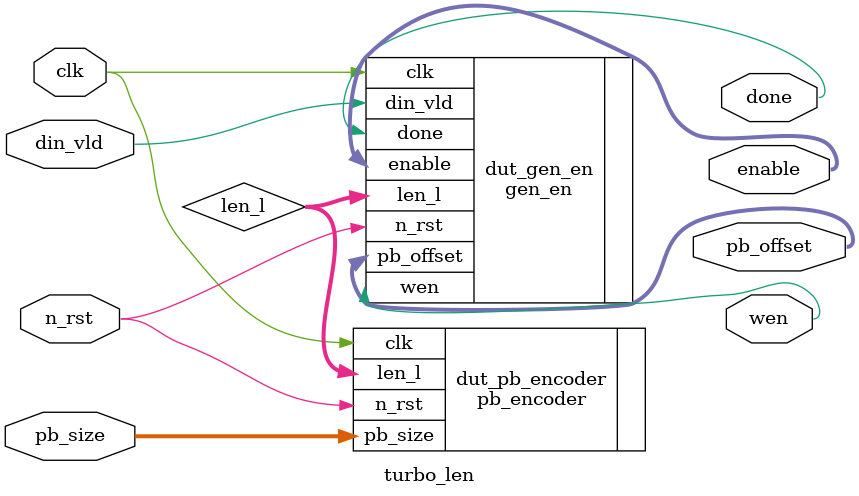
<source format=v>
`timescale 1ps/1ps

module turbo_len (
    input clk,
    input n_rst,
    input din_vld,
    input [1:0] pb_size,
    output [11:0] enable,
    output [11:0] pb_offset,
    output wen,
    output done
);
    wire [11:0] len_l;

    pb_encoder dut_pb_encoder(
        .clk(clk),
        .n_rst(n_rst),
        .pb_size(pb_size),
        .len_l(len_l)
    );

    gen_en dut_gen_en(
        .clk(clk),
        .n_rst(n_rst),
        .din_vld(din_vld),
        .len_l(len_l),
        .enable(enable),
        .pb_offset(pb_offset),
        .wen(wen),
        .done(done)
    );

endmodule
</source>
